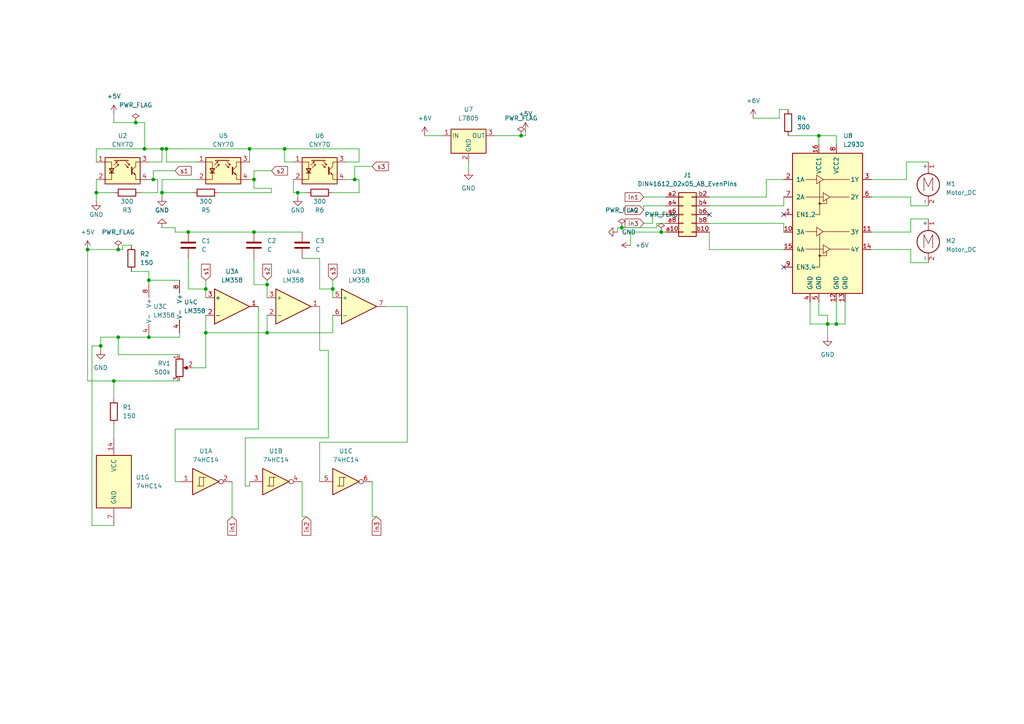
<source format=kicad_sch>
(kicad_sch (version 20211123) (generator eeschema)
  (paper "A4")
  (lib_symbols
    (symbol "74xx:74HC14" (pin_names (offset 1.016))
      (property "Reference" "U" (at 0 1.27 0))
      (property "Value" "74HC14" (at 0 -1.27 0))
      (symbol "74HC14_1_0"
        (polyline (pts (xy -3.81 3.81) (xy -3.81 -3.81) (xy 3.81 0) (xy -3.81 3.81)) (stroke (width 0.254)) (fill (type background)))
        (pin input line (at -7.62 0 0) (length 3.81) (name "~") (number "1"))
        (pin output inverted (at 7.62 0 180) (length 3.81) (name "~") (number "2"))
      )
      (symbol "74HC14_1_1"
        (polyline (pts (xy -1.905 -1.27) (xy -1.905 1.27) (xy -0.635 1.27)))
        (polyline (pts (xy -2.54 -1.27) (xy -0.635 -1.27) (xy -0.635 1.27) (xy 0 1.27)))
      )
      (symbol "74HC14_2_0"
        (polyline (pts (xy -3.81 3.81) (xy -3.81 -3.81) (xy 3.81 0) (xy -3.81 3.81)) (stroke (width 0.254)) (fill (type background)))
        (pin input line (at -7.62 0 0) (length 3.81) (name "~") (number "3"))
        (pin output inverted (at 7.62 0 180) (length 3.81) (name "~") (number "4"))
      )
      (symbol "74HC14_2_1"
        (polyline (pts (xy -1.905 -1.27) (xy -1.905 1.27) (xy -0.635 1.27)))
        (polyline (pts (xy -2.54 -1.27) (xy -0.635 -1.27) (xy -0.635 1.27) (xy 0 1.27)))
      )
      (symbol "74HC14_3_0"
        (polyline (pts (xy -3.81 3.81) (xy -3.81 -3.81) (xy 3.81 0) (xy -3.81 3.81)) (stroke (width 0.254)) (fill (type background)))
        (pin input line (at -7.62 0 0) (length 3.81) (name "~") (number "5"))
        (pin output inverted (at 7.62 0 180) (length 3.81) (name "~") (number "6"))
      )
      (symbol "74HC14_3_1"
        (polyline (pts (xy -1.905 -1.27) (xy -1.905 1.27) (xy -0.635 1.27)))
        (polyline (pts (xy -2.54 -1.27) (xy -0.635 -1.27) (xy -0.635 1.27) (xy 0 1.27)))
      )
      (symbol "74HC14_4_0"
        (polyline (pts (xy -3.81 3.81) (xy -3.81 -3.81) (xy 3.81 0) (xy -3.81 3.81)) (stroke (width 0.254)) (fill (type background)))
        (pin output inverted (at 7.62 0 180) (length 3.81) (name "~") (number "8"))
        (pin input line (at -7.62 0 0) (length 3.81) (name "~") (number "9"))
      )
      (symbol "74HC14_4_1"
        (polyline (pts (xy -1.905 -1.27) (xy -1.905 1.27) (xy -0.635 1.27)))
        (polyline (pts (xy -2.54 -1.27) (xy -0.635 -1.27) (xy -0.635 1.27) (xy 0 1.27)))
      )
      (symbol "74HC14_5_0"
        (polyline (pts (xy -3.81 3.81) (xy -3.81 -3.81) (xy 3.81 0) (xy -3.81 3.81)) (stroke (width 0.254)) (fill (type background)))
        (pin output inverted (at 7.62 0 180) (length 3.81) (name "~") (number "10"))
        (pin input line (at -7.62 0 0) (length 3.81) (name "~") (number "11"))
      )
      (symbol "74HC14_5_1"
        (polyline (pts (xy -1.905 -1.27) (xy -1.905 1.27) (xy -0.635 1.27)))
        (polyline (pts (xy -2.54 -1.27) (xy -0.635 -1.27) (xy -0.635 1.27) (xy 0 1.27)))
      )
      (symbol "74HC14_6_0"
        (polyline (pts (xy -3.81 3.81) (xy -3.81 -3.81) (xy 3.81 0) (xy -3.81 3.81)) (stroke (width 0.254)) (fill (type background)))
        (pin output inverted (at 7.62 0 180) (length 3.81) (name "~") (number "12"))
        (pin input line (at -7.62 0 0) (length 3.81) (name "~") (number "13"))
      )
      (symbol "74HC14_6_1"
        (polyline (pts (xy -1.905 -1.27) (xy -1.905 1.27) (xy -0.635 1.27)))
        (polyline (pts (xy -2.54 -1.27) (xy -0.635 -1.27) (xy -0.635 1.27) (xy 0 1.27)))
      )
      (symbol "74HC14_7_0"
        (pin power_in line (at 0 12.7 270) (length 5.08) (name "VCC") (number "14"))
        (pin power_in line (at 0 -12.7 90) (length 5.08) (name "GND") (number "7"))
      )
      (symbol "74HC14_7_1"
        (rectangle (start -5.08 7.62) (end 5.08 -7.62) (stroke (width 0.254)) (fill (type background)))
      )
    )
    (symbol "Amplifier_Operational:LM358" (pin_names (offset 0.127))
      (property "Reference" "U" (at 0 5.08 0))
      (property "Value" "LM358" (at 0 -5.08 0))
      (symbol "LM358_1_1"
        (polyline (pts (xy -5.08 5.08) (xy 5.08 0) (xy -5.08 -5.08) (xy -5.08 5.08)) (stroke (width 0.254)) (fill (type background)))
        (pin output line (at 7.62 0 180) (length 2.54) (name "~") (number "1"))
        (pin input line (at -7.62 -2.54 0) (length 2.54) (name "-") (number "2"))
        (pin input line (at -7.62 2.54 0) (length 2.54) (name "+") (number "3"))
      )
      (symbol "LM358_2_1"
        (polyline (pts (xy -5.08 5.08) (xy 5.08 0) (xy -5.08 -5.08) (xy -5.08 5.08)) (stroke (width 0.254)) (fill (type background)))
        (pin input line (at -7.62 2.54 0) (length 2.54) (name "+") (number "5"))
        (pin input line (at -7.62 -2.54 0) (length 2.54) (name "-") (number "6"))
        (pin output line (at 7.62 0 180) (length 2.54) (name "~") (number "7"))
      )
      (symbol "LM358_3_1"
        (pin power_in line (at -2.54 -7.62 90) (length 3.81) (name "V-") (number "4"))
        (pin power_in line (at -2.54 7.62 270) (length 3.81) (name "V+") (number "8"))
      )
    )
    (symbol "Connector:DIN41612_02x05_AB_EvenPins" (pin_names (offset 1.016) hide)
      (property "Reference" "J" (at 1.27 7.62 0))
      (property "Value" "DIN41612_02x05_AB_EvenPins" (at 1.27 -7.62 0))
      (symbol "DIN41612_02x05_AB_EvenPins_1_1"
        (rectangle (start -1.27 -4.953) (end 0 -5.207) (stroke (width 0.1524)))
        (rectangle (start -1.27 -2.413) (end 0 -2.667) (stroke (width 0.1524)))
        (rectangle (start -1.27 0.127) (end 0 -0.127) (stroke (width 0.1524)))
        (rectangle (start -1.27 2.667) (end 0 2.413) (stroke (width 0.1524)))
        (rectangle (start -1.27 5.207) (end 0 4.953) (stroke (width 0.1524)))
        (rectangle (start -1.27 6.35) (end 3.81 -6.35) (stroke (width 0.254)) (fill (type background)))
        (rectangle (start 3.81 -4.953) (end 2.54 -5.207) (stroke (width 0.1524)))
        (rectangle (start 3.81 -2.413) (end 2.54 -2.667) (stroke (width 0.1524)))
        (rectangle (start 3.81 0.127) (end 2.54 -0.127) (stroke (width 0.1524)))
        (rectangle (start 3.81 2.667) (end 2.54 2.413) (stroke (width 0.1524)))
        (rectangle (start 3.81 5.207) (end 2.54 4.953) (stroke (width 0.1524)))
        (pin passive line (at -5.08 -5.08 0) (length 3.81) (name "Pin_a10") (number "a10"))
        (pin passive line (at -5.08 5.08 0) (length 3.81) (name "Pin_a2") (number "a2"))
        (pin passive line (at -5.08 2.54 0) (length 3.81) (name "Pin_a4") (number "a4"))
        (pin passive line (at -5.08 0 0) (length 3.81) (name "Pin_a6") (number "a6"))
        (pin passive line (at -5.08 -2.54 0) (length 3.81) (name "Pin_a8") (number "a8"))
        (pin passive line (at 7.62 -5.08 180) (length 3.81) (name "Pin_b10") (number "b10"))
        (pin passive line (at 7.62 5.08 180) (length 3.81) (name "Pin_b2") (number "b2"))
        (pin passive line (at 7.62 2.54 180) (length 3.81) (name "Pin_b4") (number "b4"))
        (pin passive line (at 7.62 0 180) (length 3.81) (name "Pin_b6") (number "b6"))
        (pin passive line (at 7.62 -2.54 180) (length 3.81) (name "Pin_b8") (number "b8"))
      )
    )
    (symbol "Device:C" (pin_numbers hide) (pin_names (offset 0.254))
      (property "Reference" "C" (at 0.635 2.54 0))
      (property "Value" "C" (at 0.635 -2.54 0))
      (symbol "C_0_1"
        (polyline (pts (xy -2.032 -0.762) (xy 2.032 -0.762)) (stroke (width 0.508)))
        (polyline (pts (xy -2.032 0.762) (xy 2.032 0.762)) (stroke (width 0.508)))
      )
      (symbol "C_1_1"
        (pin passive line (at 0 3.81 270) (length 2.794) (name "~") (number "1"))
        (pin passive line (at 0 -3.81 90) (length 2.794) (name "~") (number "2"))
      )
    )
    (symbol "Device:R" (pin_numbers hide) (pin_names (offset 0))
      (property "Reference" "R" (at 2.032 0 90))
      (property "Value" "R" (at 0 0 90))
      (symbol "R_0_1"
        (rectangle (start -1.016 -2.54) (end 1.016 2.54) (stroke (width 0.254)))
      )
      (symbol "R_1_1"
        (pin passive line (at 0 3.81 270) (length 1.27) (name "~") (number "1"))
        (pin passive line (at 0 -3.81 90) (length 1.27) (name "~") (number "2"))
      )
    )
    (symbol "Device:R_Potentiometer" (pin_names (offset 1.016) hide)
      (property "Reference" "RV" (at -4.445 0 90))
      (property "Value" "R_Potentiometer" (at -2.54 0 90))
      (symbol "R_Potentiometer_0_1"
        (polyline (pts (xy 2.54 0) (xy 1.524 0)))
        (polyline (pts (xy 1.143 0) (xy 2.286 0.508) (xy 2.286 -0.508) (xy 1.143 0)) (fill (type outline)))
        (rectangle (start 1.016 2.54) (end -1.016 -2.54) (stroke (width 0.254)))
      )
      (symbol "R_Potentiometer_1_1"
        (pin passive line (at 0 3.81 270) (length 1.27) (name "1") (number "1"))
        (pin passive line (at 3.81 0 180) (length 1.27) (name "2") (number "2"))
        (pin passive line (at 0 -3.81 90) (length 1.27) (name "3") (number "3"))
      )
    )
    (symbol "Driver_Motor:L293D" (pin_names (offset 1.016))
      (property "Reference" "U" (at -5.08 26.035 0))
      (property "Value" "L293D" (at -5.08 24.13 0))
      (symbol "L293D_0_1"
        (rectangle (start -10.16 22.86) (end 10.16 -17.78) (stroke (width 0.254)) (fill (type background)))
        (circle (center -2.286 -6.858) (radius 0.254) (fill (type outline)))
        (circle (center -2.286 8.255) (radius 0.254) (fill (type outline)))
        (polyline (pts (xy -6.35 -4.953) (xy -1.27 -4.953)))
        (polyline (pts (xy -6.35 0.127) (xy -3.175 0.127)))
        (polyline (pts (xy -6.35 10.16) (xy -1.27 10.16)))
        (polyline (pts (xy -6.35 15.24) (xy -3.175 15.24)))
        (polyline (pts (xy -1.27 0.127) (xy 6.35 0.127)))
        (polyline (pts (xy -1.27 15.24) (xy 6.35 15.24)))
        (polyline (pts (xy 0.635 -4.953) (xy 6.35 -4.953)))
        (polyline (pts (xy 0.635 10.16) (xy 6.35 10.16)))
        (polyline (pts (xy -2.286 -6.858) (xy -0.254 -6.858) (xy -0.254 -5.588)))
        (polyline (pts (xy -2.286 -0.635) (xy -2.286 -10.16) (xy -3.556 -10.16)))
        (polyline (pts (xy -2.286 8.255) (xy -0.254 8.255) (xy -0.254 9.525)))
        (polyline (pts (xy -2.286 14.478) (xy -2.286 5.08) (xy -3.556 5.08)))
        (polyline (pts (xy -3.175 1.397) (xy -3.175 -1.143) (xy -1.27 0.127) (xy -3.175 1.397)))
        (polyline (pts (xy -3.175 16.51) (xy -3.175 13.97) (xy -1.27 15.24) (xy -3.175 16.51)))
        (polyline (pts (xy -1.27 -3.683) (xy -1.27 -6.223) (xy 0.635 -4.953) (xy -1.27 -3.683)))
        (polyline (pts (xy -1.27 11.43) (xy -1.27 8.89) (xy 0.635 10.16) (xy -1.27 11.43)))
      )
      (symbol "L293D_1_1"
        (pin input line (at -12.7 5.08 0) (length 2.54) (name "EN1,2") (number "1"))
        (pin input line (at -12.7 0 0) (length 2.54) (name "3A") (number "10"))
        (pin output line (at 12.7 0 180) (length 2.54) (name "3Y") (number "11"))
        (pin power_in line (at 2.54 -20.32 90) (length 2.54) (name "GND") (number "12"))
        (pin power_in line (at 5.08 -20.32 90) (length 2.54) (name "GND") (number "13"))
        (pin output line (at 12.7 -5.08 180) (length 2.54) (name "4Y") (number "14"))
        (pin input line (at -12.7 -5.08 0) (length 2.54) (name "4A") (number "15"))
        (pin power_in line (at -2.54 25.4 270) (length 2.54) (name "VCC1") (number "16"))
        (pin input line (at -12.7 15.24 0) (length 2.54) (name "1A") (number "2"))
        (pin output line (at 12.7 15.24 180) (length 2.54) (name "1Y") (number "3"))
        (pin power_in line (at -5.08 -20.32 90) (length 2.54) (name "GND") (number "4"))
        (pin power_in line (at -2.54 -20.32 90) (length 2.54) (name "GND") (number "5"))
        (pin output line (at 12.7 10.16 180) (length 2.54) (name "2Y") (number "6"))
        (pin input line (at -12.7 10.16 0) (length 2.54) (name "2A") (number "7"))
        (pin power_in line (at 2.54 25.4 270) (length 2.54) (name "VCC2") (number "8"))
        (pin input line (at -12.7 -10.16 0) (length 2.54) (name "EN3,4") (number "9"))
      )
    )
    (symbol "Motor:Motor_DC" (pin_names (offset 0))
      (property "Reference" "M" (at 2.54 2.54 0))
      (property "Value" "Motor_DC" (at 2.54 -5.08 0))
      (symbol "Motor_DC_0_0"
        (polyline (pts (xy -1.27 -3.302) (xy -1.27 0.508) (xy 0 -2.032) (xy 1.27 0.508) (xy 1.27 -3.302)))
      )
      (symbol "Motor_DC_0_1"
        (circle (center 0 -1.524) (radius 3.2512) (stroke (width 0.254)))
        (polyline (pts (xy 0 -7.62) (xy 0 -7.112)))
        (polyline (pts (xy 0 -4.7752) (xy 0 -5.1816)))
        (polyline (pts (xy 0 1.7272) (xy 0 2.0828)))
        (polyline (pts (xy 0 2.032) (xy 0 2.54)))
      )
      (symbol "Motor_DC_1_1"
        (pin passive line (at 0 5.08 270) (length 2.54) (name "+") (number "1"))
        (pin passive line (at 0 -7.62 90) (length 2.54) (name "-") (number "2"))
      )
    )
    (symbol "Regulator_Linear:L7805" (pin_names (offset 0.254))
      (property "Reference" "U" (at -3.81 3.175 0))
      (property "Value" "L7805" (at 0 3.175 0))
      (symbol "L7805_0_1"
        (rectangle (start -5.08 1.905) (end 5.08 -5.08) (stroke (width 0.254)) (fill (type background)))
      )
      (symbol "L7805_1_1"
        (pin power_in line (at -7.62 0 0) (length 2.54) (name "IN") (number "1"))
        (pin power_in line (at 0 -7.62 90) (length 2.54) (name "GND") (number "2"))
        (pin power_out line (at 7.62 0 180) (length 2.54) (name "OUT") (number "3"))
      )
    )
    (symbol "Sensor_Proximity:CNY70" (pin_names (offset 1.016) hide)
      (property "Reference" "U" (at -5.08 5.08 0))
      (property "Value" "CNY70" (at 5.08 5.08 0))
      (symbol "CNY70_0_1"
        (polyline (pts (xy -3.81 -0.635) (xy -2.54 -0.635)) (stroke (width 0.254)))
        (polyline (pts (xy -2.286 2.921) (xy -2.032 3.175)))
        (polyline (pts (xy -1.778 2.921) (xy -1.524 3.175)))
        (polyline (pts (xy -1.524 2.667) (xy -1.651 2.159)))
        (polyline (pts (xy -1.27 2.921) (xy -1.016 3.175)))
        (polyline (pts (xy -1.143 1.905) (xy -1.27 1.397)))
        (polyline (pts (xy -0.762 2.921) (xy -0.508 3.175)))
        (polyline (pts (xy -0.254 2.921) (xy 0 3.175)))
        (polyline (pts (xy 0.254 2.921) (xy 0.508 3.175)))
        (polyline (pts (xy 0.762 2.921) (xy 1.016 3.175)))
        (polyline (pts (xy 1.27 2.921) (xy 1.524 3.175)))
        (polyline (pts (xy 1.651 0.889) (xy 1.143 1.016)))
        (polyline (pts (xy 1.778 2.921) (xy -2.413 2.921)))
        (polyline (pts (xy 2.032 1.651) (xy 1.524 1.778)))
        (polyline (pts (xy 2.667 -0.127) (xy 3.81 -1.27)))
        (polyline (pts (xy 2.667 0.127) (xy 3.81 1.27)))
        (polyline (pts (xy -2.54 1.651) (xy -1.524 2.667) (xy -2.032 2.54)))
        (polyline (pts (xy -2.159 0.889) (xy -1.143 1.905) (xy -1.651 1.778)))
        (polyline (pts (xy 0.635 1.905) (xy 1.651 0.889) (xy 1.524 1.397)))
        (polyline (pts (xy 1.016 2.667) (xy 2.032 1.651) (xy 1.905 2.159)))
        (polyline (pts (xy 2.667 1.016) (xy 2.667 -1.016) (xy 2.667 -1.016)) (stroke (width 0.3556)))
        (polyline (pts (xy 3.81 -1.27) (xy 3.81 -2.54) (xy 5.08 -2.54)))
        (polyline (pts (xy 3.81 1.27) (xy 3.81 2.54) (xy 5.08 2.54)))
        (polyline (pts (xy -5.08 -2.54) (xy -3.175 -2.54) (xy -3.175 2.54) (xy -5.08 2.54)))
        (polyline (pts (xy -3.175 -0.635) (xy -3.81 0.635) (xy -2.54 0.635) (xy -3.175 -0.635)) (stroke (width 0.254)))
        (polyline (pts (xy 3.683 -1.143) (xy 3.429 -0.635) (xy 3.175 -0.889) (xy 3.683 -1.143)))
        (polyline (pts (xy -5.08 -3.81) (xy 5.08 -3.81) (xy 5.08 3.81) (xy -5.08 3.81) (xy -5.08 -3.81)) (stroke (width 0.254)) (fill (type background)))
      )
      (symbol "CNY70_1_1"
        (pin passive line (at -7.62 2.54 0) (length 2.54) (name "A") (number "1"))
        (pin passive line (at -7.62 -2.54 0) (length 2.54) (name "K") (number "2"))
        (pin open_collector line (at 7.62 2.54 180) (length 2.54) (name "C") (number "3"))
        (pin open_emitter line (at 7.62 -2.54 180) (length 2.54) (name "E") (number "4"))
      )
    )
    (symbol "power:+5V" (power) (pin_names (offset 0))
      (property "Value" "+5V" (at 0 3.556 0))
      (symbol "+5V_0_1"
        (polyline (pts (xy -0.762 1.27) (xy 0 2.54)))
        (polyline (pts (xy 0 0) (xy 0 2.54)))
        (polyline (pts (xy 0 2.54) (xy 0.762 1.27)))
      )
      (symbol "+5V_1_1"
        (pin power_in line (at 0 0 90) (length 0) hide (name "+5V") (number "1"))
      )
    )
    (symbol "power:+6V" (power) (pin_names (offset 0))
      (property "Value" "+6V" (at 0 3.556 0))
      (symbol "+6V_0_1"
        (polyline (pts (xy -0.762 1.27) (xy 0 2.54)))
        (polyline (pts (xy 0 0) (xy 0 2.54)))
        (polyline (pts (xy 0 2.54) (xy 0.762 1.27)))
      )
      (symbol "+6V_1_1"
        (pin power_in line (at 0 0 90) (length 0) hide (name "+6V") (number "1"))
      )
    )
    (symbol "power:GND" (power) (pin_names (offset 0))
      (property "Value" "GND" (at 0 -3.81 0))
      (symbol "GND_0_1"
        (polyline (pts (xy 0 0) (xy 0 -1.27) (xy 1.27 -1.27) (xy 0 -2.54) (xy -1.27 -1.27) (xy 0 -1.27)))
      )
      (symbol "GND_1_1"
        (pin power_in line (at 0 0 270) (length 0) hide (name "GND") (number "1"))
      )
    )
    (symbol "power:PWR_FLAG" (power) (pin_numbers hide) (pin_names (offset 0) hide)
      (property "Value" "PWR_FLAG" (at 0 3.81 0))
      (symbol "PWR_FLAG_0_0"
        (pin power_out line (at 0 0 90) (length 0) (name "pwr") (number "1"))
      )
      (symbol "PWR_FLAG_0_1"
        (polyline (pts (xy 0 0) (xy 0 1.27) (xy -1.016 1.905) (xy 0 2.54) (xy 1.016 1.905) (xy 0 1.27)))
      )
    )
  )
  (junction (at 33.02 110.49))
  (junction (at 77.47 96.52))
  (junction (at 46.99 43.18))
  (junction (at 27.94 55.88))
  (junction (at 237.49 39.37))
  (junction (at 46.99 55.88))
  (junction (at 29.21 100.33))
  (junction (at 25.4 72.39))
  (junction (at 39.37 35.56))
  (junction (at 82.55 43.18))
  (junction (at 72.39 43.18))
  (junction (at 96.52 83.82))
  (junction (at 240.03 93.98))
  (junction (at 59.69 96.52))
  (junction (at 102.87 52.07))
  (junction (at 86.36 55.88))
  (junction (at 191.77 67.31))
  (junction (at 48.26 43.18))
  (junction (at 73.66 52.07))
  (junction (at 242.57 93.98))
  (junction (at 34.29 72.39))
  (junction (at 54.61 67.31))
  (junction (at 43.18 81.28))
  (junction (at 77.47 82.55))
  (junction (at 151.13 39.37))
  (junction (at 41.91 43.18))
  (junction (at 59.69 83.82))
  (junction (at 34.29 97.79))
  (junction (at 44.45 52.07))
  (junction (at 180.34 66.04))
  (junction (at 73.66 67.31))
  (junction (at 43.18 97.79))
  (no_connect (at 205.74 62.23))
  (no_connect (at 227.33 62.23))
  (no_connect (at 227.33 77.47))
  (wire (pts (xy 72.39 52.07) (xy 73.66 52.07)))
  (wire (pts (xy 52.07 110.49) (xy 33.02 110.49)))
  (wire (pts (xy 77.47 86.36) (xy 77.47 82.55)))
  (wire (pts (xy 43.18 97.79) (xy 52.07 97.79)))
  (wire (pts (xy 264.16 67.31) (xy 264.16 63.5)))
  (wire (pts (xy 193.04 67.31) (xy 191.77 67.31)))
  (wire (pts (xy 45.72 52.07) (xy 45.72 55.88)))
  (wire (pts (xy 252.73 52.07) (xy 262.89 52.07)))
  (wire (pts (xy 40.64 55.88) (xy 45.72 55.88)))
  (wire (pts (xy 74.93 88.9) (xy 74.93 124.46)))
  (wire (pts (xy 27.94 43.18) (xy 41.91 43.18)))
  (wire (pts (xy 218.44 34.29) (xy 226.06 34.29)))
  (wire (pts (xy 38.1 78.74) (xy 43.18 78.74)))
  (wire (pts (xy 72.39 140.97) (xy 72.39 139.7)))
  (wire (pts (xy 26.67 100.33) (xy 29.21 100.33)))
  (wire (pts (xy 237.49 91.44) (xy 240.03 91.44)))
  (wire (pts (xy 50.8 139.7) (xy 52.07 139.7)))
  (wire (pts (xy 92.71 83.82) (xy 96.52 83.82)))
  (wire (pts (xy 57.15 52.07) (xy 46.99 52.07)))
  (wire (pts (xy 96.52 55.88) (xy 104.14 55.88)))
  (wire (pts (xy 52.07 96.52) (xy 52.07 97.79)))
  (wire (pts (xy 135.89 46.99) (xy 135.89 49.53)))
  (wire (pts (xy 34.29 72.39) (xy 35.56 72.39)))
  (wire (pts (xy 193.04 59.69) (xy 186.69 59.69)))
  (wire (pts (xy 33.02 35.56) (xy 39.37 35.56)))
  (wire (pts (xy 118.11 128.27) (xy 92.71 128.27)))
  (wire (pts (xy 78.74 55.88) (xy 63.5 55.88)))
  (wire (pts (xy 92.71 74.93) (xy 92.71 83.82)))
  (wire (pts (xy 234.95 93.98) (xy 240.03 93.98)))
  (wire (pts (xy 180.34 66.04) (xy 179.07 66.04)))
  (wire (pts (xy 193.04 57.15) (xy 186.69 57.15)))
  (wire (pts (xy 71.12 140.97) (xy 72.39 140.97)))
  (wire (pts (xy 72.39 46.99) (xy 72.39 43.18)))
  (wire (pts (xy 46.99 57.15) (xy 46.99 55.88)))
  (wire (pts (xy 73.66 49.53) (xy 73.66 52.07)))
  (wire (pts (xy 33.02 115.57) (xy 33.02 110.49)))
  (wire (pts (xy 252.73 67.31) (xy 264.16 67.31)))
  (wire (pts (xy 237.49 39.37) (xy 237.49 41.91)))
  (wire (pts (xy 190.5 66.04) (xy 180.34 66.04)))
  (wire (pts (xy 27.94 52.07) (xy 27.94 55.88)))
  (wire (pts (xy 33.02 33.02) (xy 33.02 35.56)))
  (wire (pts (xy 71.12 127) (xy 71.12 140.97)))
  (wire (pts (xy 46.99 43.18) (xy 48.26 43.18)))
  (wire (pts (xy 87.63 149.86) (xy 88.9 149.86)))
  (wire (pts (xy 240.03 93.98) (xy 240.03 97.79)))
  (wire (pts (xy 48.26 43.18) (xy 72.39 43.18)))
  (wire (pts (xy 54.61 67.31) (xy 73.66 67.31)))
  (wire (pts (xy 59.69 96.52) (xy 59.69 91.44)))
  (wire (pts (xy 102.87 52.07) (xy 104.14 52.07)))
  (wire (pts (xy 100.33 52.07) (xy 102.87 52.07)))
  (wire (pts (xy 96.52 96.52) (xy 77.47 96.52)))
  (wire (pts (xy 25.4 110.49) (xy 25.4 72.39)))
  (wire (pts (xy 43.18 81.28) (xy 43.18 82.55)))
  (wire (pts (xy 96.52 91.44) (xy 96.52 96.52)))
  (wire (pts (xy 59.69 106.68) (xy 59.69 96.52)))
  (wire (pts (xy 82.55 46.99) (xy 82.55 43.18)))
  (wire (pts (xy 33.02 152.4) (xy 26.67 152.4)))
  (wire (pts (xy 190.5 64.77) (xy 190.5 66.04)))
  (wire (pts (xy 104.14 46.99) (xy 104.14 43.18)))
  (wire (pts (xy 46.99 46.99) (xy 46.99 43.18)))
  (wire (pts (xy 59.69 86.36) (xy 59.69 83.82)))
  (wire (pts (xy 27.94 43.18) (xy 27.94 46.99)))
  (wire (pts (xy 111.76 88.9) (xy 118.11 88.9)))
  (wire (pts (xy 73.66 49.53) (xy 78.74 49.53)))
  (wire (pts (xy 25.4 72.39) (xy 34.29 72.39)))
  (wire (pts (xy 77.47 96.52) (xy 59.69 96.52)))
  (wire (pts (xy 87.63 74.93) (xy 92.71 74.93)))
  (wire (pts (xy 41.91 43.18) (xy 46.99 43.18)))
  (wire (pts (xy 55.88 55.88) (xy 46.99 55.88)))
  (wire (pts (xy 262.89 46.99) (xy 269.24 46.99)))
  (wire (pts (xy 43.18 52.07) (xy 44.45 52.07)))
  (wire (pts (xy 86.36 55.88) (xy 86.36 57.15)))
  (wire (pts (xy 242.57 93.98) (xy 240.03 93.98)))
  (wire (pts (xy 242.57 87.63) (xy 242.57 93.98)))
  (wire (pts (xy 54.61 83.82) (xy 59.69 83.82)))
  (wire (pts (xy 54.61 74.93) (xy 54.61 83.82)))
  (wire (pts (xy 205.74 64.77) (xy 227.33 64.77)))
  (wire (pts (xy 73.66 82.55) (xy 77.47 82.55)))
  (wire (pts (xy 227.33 59.69) (xy 227.33 57.15)))
  (wire (pts (xy 182.88 67.31) (xy 182.88 71.12)))
  (wire (pts (xy 85.09 46.99) (xy 82.55 46.99)))
  (wire (pts (xy 44.45 49.53) (xy 44.45 52.07)))
  (wire (pts (xy 35.56 71.12) (xy 38.1 71.12)))
  (wire (pts (xy 73.66 54.61) (xy 78.74 54.61)))
  (wire (pts (xy 95.25 101.6) (xy 95.25 127)))
  (wire (pts (xy 33.02 123.19) (xy 33.02 127)))
  (wire (pts (xy 104.14 43.18) (xy 82.55 43.18)))
  (wire (pts (xy 107.95 48.26) (xy 102.87 48.26)))
  (wire (pts (xy 78.74 55.88) (xy 78.74 54.61)))
  (wire (pts (xy 152.4 39.37) (xy 152.4 38.1)))
  (wire (pts (xy 27.94 55.88) (xy 27.94 58.42)))
  (wire (pts (xy 242.57 39.37) (xy 237.49 39.37)))
  (wire (pts (xy 262.89 52.07) (xy 262.89 46.99)))
  (wire (pts (xy 245.11 93.98) (xy 242.57 93.98)))
  (wire (pts (xy 33.02 110.49) (xy 25.4 110.49)))
  (wire (pts (xy 264.16 76.2) (xy 269.24 76.2)))
  (wire (pts (xy 252.73 72.39) (xy 264.16 72.39)))
  (wire (pts (xy 107.95 139.7) (xy 107.95 149.86)))
  (wire (pts (xy 205.74 59.69) (xy 227.33 59.69)))
  (wire (pts (xy 123.19 39.37) (xy 128.27 39.37)))
  (wire (pts (xy 191.77 67.31) (xy 182.88 67.31)))
  (wire (pts (xy 234.95 87.63) (xy 234.95 93.98)))
  (wire (pts (xy 222.25 57.15) (xy 222.25 52.07)))
  (wire (pts (xy 228.6 39.37) (xy 237.49 39.37)))
  (wire (pts (xy 59.69 83.82) (xy 59.69 81.28)))
  (wire (pts (xy 104.14 52.07) (xy 104.14 55.88)))
  (wire (pts (xy 50.8 66.04) (xy 50.8 67.31)))
  (wire (pts (xy 74.93 124.46) (xy 50.8 124.46)))
  (wire (pts (xy 46.99 66.04) (xy 50.8 66.04)))
  (wire (pts (xy 52.07 81.28) (xy 43.18 81.28)))
  (wire (pts (xy 96.52 83.82) (xy 96.52 86.36)))
  (wire (pts (xy 102.87 48.26) (xy 102.87 52.07)))
  (wire (pts (xy 29.21 101.6) (xy 29.21 100.33)))
  (wire (pts (xy 72.39 43.18) (xy 82.55 43.18)))
  (wire (pts (xy 88.9 55.88) (xy 86.36 55.88)))
  (wire (pts (xy 226.06 31.75) (xy 228.6 31.75)))
  (wire (pts (xy 33.02 55.88) (xy 27.94 55.88)))
  (wire (pts (xy 50.8 67.31) (xy 54.61 67.31)))
  (wire (pts (xy 222.25 52.07) (xy 227.33 52.07)))
  (wire (pts (xy 35.56 72.39) (xy 35.56 71.12)))
  (wire (pts (xy 43.18 78.74) (xy 43.18 81.28)))
  (wire (pts (xy 34.29 97.79) (xy 43.18 97.79)))
  (wire (pts (xy 252.73 57.15) (xy 264.16 57.15)))
  (wire (pts (xy 151.13 39.37) (xy 152.4 39.37)))
  (wire (pts (xy 96.52 81.28) (xy 96.52 83.82)))
  (wire (pts (xy 205.74 72.39) (xy 227.33 72.39)))
  (wire (pts (xy 205.74 67.31) (xy 205.74 72.39)))
  (wire (pts (xy 85.09 52.07) (xy 85.09 55.88)))
  (wire (pts (xy 242.57 41.91) (xy 242.57 39.37)))
  (wire (pts (xy 95.25 127) (xy 71.12 127)))
  (wire (pts (xy 179.07 66.04) (xy 179.07 67.31)))
  (wire (pts (xy 26.67 152.4) (xy 26.67 100.33)))
  (wire (pts (xy 264.16 63.5) (xy 269.24 63.5)))
  (wire (pts (xy 85.09 55.88) (xy 86.36 55.88)))
  (wire (pts (xy 52.07 102.87) (xy 34.29 102.87)))
  (wire (pts (xy 73.66 67.31) (xy 87.63 67.31)))
  (wire (pts (xy 92.71 128.27) (xy 92.71 139.7)))
  (wire (pts (xy 118.11 88.9) (xy 118.11 128.27)))
  (wire (pts (xy 50.8 124.46) (xy 50.8 139.7)))
  (wire (pts (xy 39.37 35.56) (xy 41.91 35.56)))
  (wire (pts (xy 41.91 35.56) (xy 41.91 43.18)))
  (wire (pts (xy 43.18 46.99) (xy 46.99 46.99)))
  (wire (pts (xy 77.47 91.44) (xy 77.47 96.52)))
  (wire (pts (xy 226.06 34.29) (xy 226.06 31.75)))
  (wire (pts (xy 189.23 62.23) (xy 189.23 64.77)))
  (wire (pts (xy 107.95 149.86) (xy 109.22 149.86)))
  (wire (pts (xy 245.11 87.63) (xy 245.11 93.98)))
  (wire (pts (xy 143.51 39.37) (xy 151.13 39.37)))
  (wire (pts (xy 100.33 46.99) (xy 104.14 46.99)))
  (wire (pts (xy 57.15 46.99) (xy 48.26 46.99)))
  (wire (pts (xy 44.45 49.53) (xy 50.8 49.53)))
  (wire (pts (xy 227.33 64.77) (xy 227.33 67.31)))
  (wire (pts (xy 87.63 139.7) (xy 87.63 149.86)))
  (wire (pts (xy 73.66 74.93) (xy 73.66 82.55)))
  (wire (pts (xy 237.49 87.63) (xy 237.49 91.44)))
  (wire (pts (xy 29.21 100.33) (xy 29.21 97.79)))
  (wire (pts (xy 264.16 72.39) (xy 264.16 76.2)))
  (wire (pts (xy 67.31 139.7) (xy 67.31 149.86)))
  (wire (pts (xy 46.99 52.07) (xy 46.99 55.88)))
  (wire (pts (xy 264.16 57.15) (xy 264.16 59.69)))
  (wire (pts (xy 44.45 52.07) (xy 45.72 52.07)))
  (wire (pts (xy 264.16 59.69) (xy 269.24 59.69)))
  (wire (pts (xy 193.04 64.77) (xy 190.5 64.77)))
  (wire (pts (xy 55.88 106.68) (xy 59.69 106.68)))
  (wire (pts (xy 29.21 97.79) (xy 34.29 97.79)))
  (wire (pts (xy 205.74 57.15) (xy 222.25 57.15)))
  (wire (pts (xy 92.71 88.9) (xy 92.71 101.6)))
  (wire (pts (xy 193.04 62.23) (xy 189.23 62.23)))
  (wire (pts (xy 34.29 102.87) (xy 34.29 97.79)))
  (wire (pts (xy 186.69 59.69) (xy 186.69 60.96)))
  (wire (pts (xy 189.23 64.77) (xy 186.69 64.77)))
  (wire (pts (xy 48.26 46.99) (xy 48.26 43.18)))
  (wire (pts (xy 240.03 91.44) (xy 240.03 93.98)))
  (wire (pts (xy 73.66 52.07) (xy 73.66 54.61)))
  (wire (pts (xy 92.71 101.6) (xy 95.25 101.6)))
  (wire (pts (xy 77.47 82.55) (xy 77.47 81.28)))
  (global_label "in2" (shape input) (at 88.9 149.86 270) (property "Intersheet References" "${INTERSHEET_REFS}" (effects hide)))
  (global_label "in2" (shape input) (at 186.69 60.96 180) (property "Intersheet References" "${INTERSHEET_REFS}" (effects hide)))
  (global_label "s1" (shape input) (at 50.8 49.53 0) (property "Intersheet References" "${INTERSHEET_REFS}" (effects hide)))
  (global_label "in1" (shape input) (at 67.31 149.86 270) (property "Intersheet References" "${INTERSHEET_REFS}" (effects hide)))
  (global_label "in3" (shape input) (at 109.22 149.86 270) (property "Intersheet References" "${INTERSHEET_REFS}" (effects hide)))
  (global_label "in3" (shape input) (at 186.69 64.77 180) (property "Intersheet References" "${INTERSHEET_REFS}" (effects hide)))
  (global_label "s2" (shape input) (at 77.47 81.28 90) (property "Intersheet References" "${INTERSHEET_REFS}" (effects hide)))
  (global_label "s3" (shape input) (at 96.52 81.28 90) (property "Intersheet References" "${INTERSHEET_REFS}" (effects hide)))
  (global_label "s2" (shape input) (at 78.74 49.53 0) (property "Intersheet References" "${INTERSHEET_REFS}" (effects hide)))
  (global_label "in1" (shape input) (at 186.69 57.15 180) (property "Intersheet References" "${INTERSHEET_REFS}" (effects hide)))
  (global_label "s3" (shape input) (at 107.95 48.26 0) (property "Intersheet References" "${INTERSHEET_REFS}" (effects hide)))
  (global_label "s1" (shape input) (at 59.69 81.28 90) (property "Intersheet References" "${INTERSHEET_REFS}" (effects hide)))
  (symbol (lib_id "power:PWR_FLAG") (at 191.77 67.31 0) (unit 1)
    (property "Reference" "#FLG0101" (effects hide))
    (property "Value" "PWR_FLAG" (at 191.77 62.23 0))
  )
  (symbol (lib_id "power:+6V") (at 182.88 71.12 90) (unit 1)
    (property "Reference" "#PWR0111" (effects hide))
    (property "Value" "+6V" (at 184.15 71.1199 90) (effects (justify right)))
  )
  (symbol (lib_id "power:+6V") (at 218.44 34.29 0) (unit 1)
    (property "Reference" "#PWR0107" (effects hide))
    (property "Value" "+6V" (at 218.44 29.21 0))
  )
  (symbol (lib_id "Driver_Motor:L293D") (at 240.03 67.31 0) (unit 1)
    (property "Reference" "U8" (at 244.5894 39.37 0) (effects (justify left)))
    (property "Value" "L293D" (at 244.5894 41.91 0) (effects (justify left)))
    (property "Footprint" "Package_DIP:DIP-16_W7.62mm" (effects hide))
    (property "Datasheet" "http://www.ti.com/lit/ds/symlink/l293.pdf" (effects hide))
  )
  (symbol (lib_id "power:PWR_FLAG") (at 180.34 66.04 0) (unit 1)
    (property "Reference" "#FLG0102" (effects hide))
    (property "Value" "PWR_FLAG" (at 180.34 60.96 0))
  )
  (symbol (lib_id "Device:R_Potentiometer") (at 52.07 106.68 0) (unit 1)
    (property "Reference" "RV1" (at 49.53 105.4099 0) (effects (justify right)))
    (property "Value" "500k" (at 49.53 107.9499 0) (effects (justify right)))
    (property "Footprint" "Potentiometer_THT:Potentiometer_Alps_RK09Y11_Single_Horizontal" (effects hide))
  )
  (symbol (lib_id "Device:R") (at 59.69 55.88 90) (unit 1)
    (property "Reference" "R5" (at 59.69 60.96 90))
    (property "Value" "300" (at 59.69 58.42 90))
    (property "Footprint" "OptoDevice:R_LDR_4.9x4.2mm_P2.54mm_Vertical" (effects hide))
  )
  (symbol (lib_id "power:GND") (at 29.21 101.6 0) (unit 1)
    (property "Reference" "#PWR0110" (effects hide))
    (property "Value" "GND" (at 29.21 106.68 0))
  )
  (symbol (lib_id "Connector:DIN41612_02x05_AB_EvenPins") (at 198.12 62.23 0) (unit 1)
    (property "Reference" "J1" (at 199.39 50.8 0))
    (property "Value" "DIN41612_02x05_AB_EvenPins" (at 199.39 53.34 0))
    (property "Footprint" "Connector_DIN:DIN41612_B3_2x5_Female_Vertical_THT" (effects hide))
  )
  (symbol (lib_id "Amplifier_Operational:LM358") (at 104.14 88.9 0) (unit 2)
    (property "Reference" "U3" (at 104.14 78.74 0))
    (property "Value" "LM358" (at 104.14 81.28 0))
    (property "Footprint" "Package_DIP:DIP-8_W7.62mm" (effects hide))
    (property "Datasheet" "http://www.ti.com/lit/ds/symlink/lm2904-n.pdf" (effects hide))
  )
  (symbol (lib_id "power:+5V") (at 25.4 72.39 0) (unit 1)
    (property "Reference" "#PWR0102" (effects hide))
    (property "Value" "+5V" (at 25.4 67.31 0))
  )
  (symbol (lib_id "Regulator_Linear:L7805") (at 135.89 39.37 0) (unit 1)
    (property "Reference" "U7" (at 135.89 31.75 0))
    (property "Value" "L7805" (at 135.89 34.29 0))
    (property "Footprint" "Package_TO_SOT_THT:TO-220-3_Horizontal_TabDown" (effects hide))
    (property "Datasheet" "http://www.st.com/content/ccc/resource/technical/document/datasheet/41/4f/b3/b0/12/d4/47/88/CD00000444.pdf/files/CD00000444.pdf/jcr:content/translations/en.CD00000444.pdf" (effects hide))
  )
  (symbol (lib_id "Device:C") (at 73.66 71.12 0) (unit 1)
    (property "Reference" "C2" (at 77.47 69.8499 0) (effects (justify left)))
    (property "Value" "C" (at 77.47 72.3899 0) (effects (justify left)))
    (property "Footprint" "Capacitor_THT:C_Disc_D3.0mm_W1.6mm_P2.50mm" (effects hide))
  )
  (symbol (lib_id "Device:R") (at 36.83 55.88 90) (unit 1)
    (property "Reference" "R3" (at 36.83 60.96 90))
    (property "Value" "300" (at 36.83 58.42 90))
    (property "Footprint" "OptoDevice:R_LDR_4.9x4.2mm_P2.54mm_Vertical" (effects hide))
  )
  (symbol (lib_id "Amplifier_Operational:LM358") (at 67.31 88.9 0) (unit 1)
    (property "Reference" "U3" (at 67.31 78.74 0))
    (property "Value" "LM358" (at 67.31 81.28 0))
    (property "Footprint" "Package_DIP:DIP-8_W7.62mm" (effects hide))
    (property "Datasheet" "http://www.ti.com/lit/ds/symlink/lm2904-n.pdf" (effects hide))
  )
  (symbol (lib_id "power:PWR_FLAG") (at 34.29 72.39 0) (unit 1)
    (property "Reference" "#FLG0104" (effects hide))
    (property "Value" "PWR_FLAG" (at 34.29 67.31 0))
  )
  (symbol (lib_id "74xx:74HC14") (at 100.33 139.7 0) (unit 3)
    (property "Reference" "U1" (at 100.33 130.81 0))
    (property "Value" "74HC14" (at 100.33 133.35 0))
    (property "Footprint" "Package_DIP:DIP-14_W7.62mm" (effects hide))
    (property "Datasheet" "http://www.ti.com/lit/gpn/sn74HC14" (effects hide))
  )
  (symbol (lib_id "power:+6V") (at 123.19 39.37 0) (unit 1)
    (property "Reference" "#PWR0104" (effects hide))
    (property "Value" "+6V" (at 123.19 34.29 0))
  )
  (symbol (lib_id "power:GND") (at 86.36 57.15 0) (unit 1)
    (property "Reference" "#PWR0114" (effects hide))
    (property "Value" "GND" (at 86.36 60.96 0))
  )
  (symbol (lib_id "Motor:Motor_DC") (at 269.24 68.58 0) (unit 1)
    (property "Reference" "M2" (at 274.32 69.8499 0) (effects (justify left)))
    (property "Value" "Motor_DC" (at 274.32 72.3899 0) (effects (justify left)))
    (property "Footprint" "Connector_PinHeader_2.54mm:PinHeader_1x02_P2.54mm_Vertical" (effects hide))
  )
  (symbol (lib_id "Sensor_Proximity:CNY70") (at 64.77 49.53 0) (unit 1)
    (property "Reference" "U5" (at 64.77 39.37 0))
    (property "Value" "CNY70" (at 64.77 41.91 0))
    (property "Footprint" "OptoDevice:Vishay_CNY70" (effects hide))
    (property "Datasheet" "https://www.vishay.com/docs/83751/cny70.pdf" (effects hide))
  )
  (symbol (lib_id "power:GND") (at 46.99 66.04 180) (unit 1)
    (property "Reference" "#PWR0103" (effects hide))
    (property "Value" "GND" (at 46.99 60.96 0))
  )
  (symbol (lib_id "Amplifier_Operational:LM358") (at 85.09 88.9 0) (unit 1)
    (property "Reference" "U4" (at 85.09 78.74 0))
    (property "Value" "LM358" (at 85.09 81.28 0))
    (property "Footprint" "Package_DIP:DIP-8_W7.62mm" (effects hide))
    (property "Datasheet" "http://www.ti.com/lit/ds/symlink/lm2904-n.pdf" (effects hide))
  )
  (symbol (lib_id "Device:R") (at 33.02 119.38 0) (unit 1)
    (property "Reference" "R1" (at 35.56 118.1099 0) (effects (justify left)))
    (property "Value" "150" (at 35.56 120.6499 0) (effects (justify left)))
    (property "Footprint" "OptoDevice:R_LDR_4.9x4.2mm_P2.54mm_Vertical" (effects hide))
  )
  (symbol (lib_id "Amplifier_Operational:LM358") (at 45.72 90.17 0) (unit 3)
    (property "Reference" "U3" (at 44.45 88.8999 0) (effects (justify left)))
    (property "Value" "LM358" (at 44.45 91.4399 0) (effects (justify left)))
    (property "Footprint" "Package_DIP:DIP-8_W7.62mm" (effects hide))
    (property "Datasheet" "http://www.ti.com/lit/ds/symlink/lm2904-n.pdf" (effects hide))
  )
  (symbol (lib_id "power:+5V") (at 33.02 33.02 0) (unit 1)
    (property "Reference" "#PWR0108" (effects hide))
    (property "Value" "+5V" (at 33.02 27.94 0))
  )
  (symbol (lib_id "power:PWR_FLAG") (at 151.13 39.37 0) (unit 1)
    (property "Reference" "#FLG0103" (effects hide))
    (property "Value" "PWR_FLAG" (at 151.13 34.29 0))
  )
  (symbol (lib_id "74xx:74HC14") (at 59.69 139.7 0) (unit 1)
    (property "Reference" "U1" (at 59.69 130.81 0))
    (property "Value" "74HC14" (at 59.69 133.35 0))
    (property "Footprint" "Package_DIP:DIP-14_W7.62mm" (effects hide))
    (property "Datasheet" "http://www.ti.com/lit/gpn/sn74HC14" (effects hide))
  )
  (symbol (lib_id "Device:C") (at 87.63 71.12 0) (unit 1)
    (property "Reference" "C3" (at 91.44 69.8499 0) (effects (justify left)))
    (property "Value" "C" (at 91.44 72.3899 0) (effects (justify left)))
    (property "Footprint" "Capacitor_THT:C_Disc_D3.0mm_W1.6mm_P2.50mm" (effects hide))
  )
  (symbol (lib_id "power:GND") (at 240.03 97.79 0) (unit 1)
    (property "Reference" "#PWR0109" (effects hide))
    (property "Value" "GND" (at 240.03 102.87 0))
  )
  (symbol (lib_id "Sensor_Proximity:CNY70") (at 92.71 49.53 0) (unit 1)
    (property "Reference" "U6" (at 92.71 39.37 0))
    (property "Value" "CNY70" (at 92.71 41.91 0))
    (property "Footprint" "OptoDevice:Vishay_CNY70" (effects hide))
    (property "Datasheet" "https://www.vishay.com/docs/83751/cny70.pdf" (effects hide))
  )
  (symbol (lib_id "power:GND") (at 179.07 67.31 270) (unit 1)
    (property "Reference" "#PWR0112" (effects hide))
    (property "Value" "GND" (at 180.34 67.3099 90) (effects (justify left)))
  )
  (symbol (lib_id "Amplifier_Operational:LM358") (at 54.61 88.9 0) (unit 3)
    (property "Reference" "U4" (at 53.34 87.6299 0) (effects (justify left)))
    (property "Value" "LM358" (at 53.34 90.1699 0) (effects (justify left)))
    (property "Footprint" "Package_DIP:DIP-8_W7.62mm" (effects hide))
    (property "Datasheet" "http://www.ti.com/lit/ds/symlink/lm2904-n.pdf" (effects hide))
  )
  (symbol (lib_id "74xx:74HC14") (at 80.01 139.7 0) (unit 2)
    (property "Reference" "U1" (at 80.01 130.81 0))
    (property "Value" "74HC14" (at 80.01 133.35 0))
    (property "Footprint" "Package_DIP:DIP-14_W7.62mm" (effects hide))
    (property "Datasheet" "http://www.ti.com/lit/gpn/sn74HC14" (effects hide))
  )
  (symbol (lib_id "Device:R") (at 228.6 35.56 0) (unit 1)
    (property "Reference" "R4" (at 231.14 34.2899 0) (effects (justify left)))
    (property "Value" "300" (at 231.14 36.8299 0) (effects (justify left)))
    (property "Footprint" "OptoDevice:R_LDR_4.9x4.2mm_P2.54mm_Vertical" (effects hide))
  )
  (symbol (lib_id "Device:C") (at 54.61 71.12 0) (unit 1)
    (property "Reference" "C1" (at 58.42 69.8499 0) (effects (justify left)))
    (property "Value" "C" (at 58.42 72.3899 0) (effects (justify left)))
    (property "Footprint" "Capacitor_THT:C_Disc_D3.0mm_W1.6mm_P2.50mm" (effects hide))
  )
  (symbol (lib_id "power:+5V") (at 152.4 38.1 0) (unit 1)
    (property "Reference" "#PWR0105" (effects hide))
    (property "Value" "+5V" (at 152.4 33.02 0))
  )
  (symbol (lib_id "74xx:74HC14") (at 33.02 139.7 0) (unit 7)
    (property "Reference" "U1" (at 39.37 138.4299 0) (effects (justify left)))
    (property "Value" "74HC14" (at 39.37 140.9699 0) (effects (justify left)))
    (property "Footprint" "Package_DIP:DIP-14_W7.62mm" (effects hide))
    (property "Datasheet" "http://www.ti.com/lit/gpn/sn74HC14" (effects hide))
  )
  (symbol (lib_id "Motor:Motor_DC") (at 269.24 52.07 0) (unit 1)
    (property "Reference" "M1" (at 274.32 53.3399 0) (effects (justify left)))
    (property "Value" "Motor_DC" (at 274.32 55.8799 0) (effects (justify left)))
    (property "Footprint" "Connector_PinHeader_2.54mm:PinHeader_1x02_P2.54mm_Vertical" (effects hide))
  )
  (symbol (lib_id "Sensor_Proximity:CNY70") (at 35.56 49.53 0) (unit 1)
    (property "Reference" "U2" (at 35.56 39.37 0))
    (property "Value" "CNY70" (at 35.56 41.91 0))
    (property "Footprint" "OptoDevice:Vishay_CNY70" (effects hide))
    (property "Datasheet" "https://www.vishay.com/docs/83751/cny70.pdf" (effects hide))
  )
  (symbol (lib_id "power:PWR_FLAG") (at 39.37 35.56 0) (unit 1)
    (property "Reference" "#FLG0105" (effects hide))
    (property "Value" "PWR_FLAG" (at 39.37 30.48 0))
  )
  (symbol (lib_id "power:GND") (at 135.89 49.53 0) (unit 1)
    (property "Reference" "#PWR0106" (effects hide))
    (property "Value" "GND" (at 135.89 54.61 0))
  )
  (symbol (lib_id "power:GND") (at 27.94 58.42 0) (unit 1)
    (property "Reference" "#PWR0101" (effects hide))
    (property "Value" "GND" (at 27.94 62.23 0))
  )
  (symbol (lib_id "Device:R") (at 38.1 74.93 0) (unit 1)
    (property "Reference" "R2" (at 40.64 73.6599 0) (effects (justify left)))
    (property "Value" "150" (at 40.64 76.1999 0) (effects (justify left)))
    (property "Footprint" "OptoDevice:R_LDR_4.9x4.2mm_P2.54mm_Vertical" (effects hide))
  )
  (symbol (lib_id "Device:R") (at 92.71 55.88 90) (unit 1)
    (property "Reference" "R6" (at 92.71 60.96 90))
    (property "Value" "300" (at 92.71 58.42 90))
    (property "Footprint" "OptoDevice:R_LDR_4.9x4.2mm_P2.54mm_Vertical" (effects hide))
  )
  (symbol (lib_id "power:GND") (at 46.99 57.15 0) (unit 1)
    (property "Reference" "#PWR0113" (effects hide))
    (property "Value" "GND" (at 46.99 60.96 0))
  )
)
</source>
